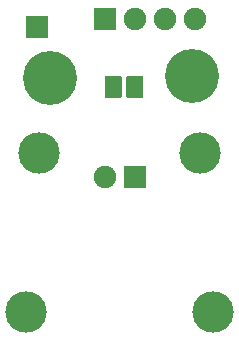
<source format=gbs>
G04 (created by PCBNEW (2013-07-07 BZR 4022)-stable) date 28/05/2014 08:13:03*
%MOIN*%
G04 Gerber Fmt 3.4, Leading zero omitted, Abs format*
%FSLAX34Y34*%
G01*
G70*
G90*
G04 APERTURE LIST*
%ADD10C,0.00590551*%
%ADD11C,0.18*%
%ADD12C,0.1381*%
%ADD13R,0.075X0.075*%
%ADD14C,0.075*%
%ADD15R,0.055X0.075*%
%ADD16R,0.045X0.065*%
G04 APERTURE END LIST*
G54D10*
G54D11*
X38928Y-25707D03*
X43650Y-25650D03*
G54D12*
X44360Y-33507D03*
X38140Y-33507D03*
X43927Y-28193D03*
X38573Y-28193D03*
G54D13*
X40750Y-23750D03*
G54D14*
X41750Y-23750D03*
X42750Y-23750D03*
X43750Y-23750D03*
G54D13*
X38500Y-24000D03*
X41750Y-29000D03*
G54D14*
X40750Y-29000D03*
G54D15*
X41775Y-26000D03*
X41025Y-26000D03*
G54D16*
X41700Y-26000D03*
X41100Y-26000D03*
M02*

</source>
